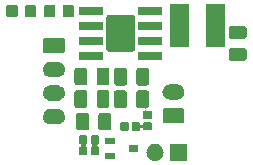
<source format=gts>
G04 #@! TF.GenerationSoftware,KiCad,Pcbnew,(5.1.4)-1*
G04 #@! TF.CreationDate,2020-03-01T13:43:41+08:00*
G04 #@! TF.ProjectId,Core-Charger,436f7265-2d43-4686-9172-6765722e6b69,rev?*
G04 #@! TF.SameCoordinates,Original*
G04 #@! TF.FileFunction,Soldermask,Top*
G04 #@! TF.FilePolarity,Negative*
%FSLAX46Y46*%
G04 Gerber Fmt 4.6, Leading zero omitted, Abs format (unit mm)*
G04 Created by KiCad (PCBNEW (5.1.4)-1) date 2020-03-01 13:43:41*
%MOMM*%
%LPD*%
G04 APERTURE LIST*
%ADD10C,0.020000*%
G04 APERTURE END LIST*
D10*
G36*
X144116000Y-97356000D02*
G01*
X142664000Y-97356000D01*
X142664000Y-95904000D01*
X144116000Y-95904000D01*
X144116000Y-97356000D01*
X144116000Y-97356000D01*
G37*
G36*
X141461213Y-95907502D02*
G01*
X141532321Y-95914505D01*
X141627484Y-95943373D01*
X141669175Y-95956020D01*
X141795294Y-96023432D01*
X141905843Y-96114157D01*
X141996568Y-96224706D01*
X142063980Y-96350825D01*
X142063981Y-96350828D01*
X142105495Y-96487679D01*
X142119512Y-96630000D01*
X142105495Y-96772321D01*
X142078328Y-96861876D01*
X142063980Y-96909175D01*
X141996568Y-97035294D01*
X141905843Y-97145843D01*
X141795294Y-97236568D01*
X141669175Y-97303980D01*
X141669172Y-97303981D01*
X141532321Y-97345495D01*
X141461213Y-97352498D01*
X141425660Y-97356000D01*
X141354340Y-97356000D01*
X141318787Y-97352498D01*
X141247679Y-97345495D01*
X141110828Y-97303981D01*
X141110825Y-97303980D01*
X140984706Y-97236568D01*
X140874157Y-97145843D01*
X140783432Y-97035294D01*
X140716020Y-96909175D01*
X140701672Y-96861876D01*
X140674505Y-96772321D01*
X140660488Y-96630000D01*
X140674505Y-96487679D01*
X140716019Y-96350828D01*
X140716020Y-96350825D01*
X140783432Y-96224706D01*
X140874157Y-96114157D01*
X140984706Y-96023432D01*
X141110825Y-95956020D01*
X141152516Y-95943373D01*
X141247679Y-95914505D01*
X141318787Y-95907502D01*
X141354340Y-95904000D01*
X141425660Y-95904000D01*
X141461213Y-95907502D01*
X141461213Y-95907502D01*
G37*
G36*
X137981000Y-97226000D02*
G01*
X137179000Y-97226000D01*
X137179000Y-96674000D01*
X137981000Y-96674000D01*
X137981000Y-97226000D01*
X137981000Y-97226000D01*
G37*
G36*
X135581938Y-95201716D02*
G01*
X135602557Y-95207971D01*
X135621553Y-95218124D01*
X135638208Y-95231792D01*
X135651876Y-95248447D01*
X135662029Y-95267443D01*
X135668284Y-95288062D01*
X135671000Y-95315640D01*
X135671000Y-95824360D01*
X135668284Y-95851938D01*
X135662029Y-95872557D01*
X135651876Y-95891553D01*
X135638208Y-95908208D01*
X135621553Y-95921876D01*
X135606799Y-95929762D01*
X135586425Y-95943376D01*
X135569098Y-95960703D01*
X135555485Y-95981078D01*
X135546108Y-96003717D01*
X135541328Y-96027750D01*
X135541328Y-96052254D01*
X135546109Y-96076288D01*
X135555487Y-96098926D01*
X135569101Y-96119300D01*
X135586428Y-96136627D01*
X135606799Y-96150238D01*
X135621553Y-96158124D01*
X135638208Y-96171792D01*
X135651876Y-96188447D01*
X135662029Y-96207443D01*
X135668284Y-96228062D01*
X135671000Y-96255640D01*
X135671000Y-96764360D01*
X135668284Y-96791938D01*
X135662029Y-96812557D01*
X135651876Y-96831553D01*
X135638208Y-96848208D01*
X135621553Y-96861876D01*
X135602557Y-96872029D01*
X135581938Y-96878284D01*
X135554360Y-96881000D01*
X135095640Y-96881000D01*
X135068062Y-96878284D01*
X135047443Y-96872029D01*
X135028447Y-96861876D01*
X135011792Y-96848208D01*
X134998124Y-96831553D01*
X134987971Y-96812557D01*
X134981716Y-96791938D01*
X134979000Y-96764360D01*
X134979000Y-96255640D01*
X134981716Y-96228062D01*
X134987971Y-96207443D01*
X134998124Y-96188447D01*
X135011792Y-96171792D01*
X135028447Y-96158124D01*
X135043201Y-96150238D01*
X135063575Y-96136624D01*
X135080902Y-96119297D01*
X135094515Y-96098922D01*
X135103892Y-96076283D01*
X135108672Y-96052250D01*
X135108672Y-96027746D01*
X135103891Y-96003712D01*
X135094513Y-95981074D01*
X135080899Y-95960700D01*
X135063572Y-95943373D01*
X135043201Y-95929762D01*
X135028447Y-95921876D01*
X135011792Y-95908208D01*
X134998124Y-95891553D01*
X134987971Y-95872557D01*
X134981716Y-95851938D01*
X134979000Y-95824360D01*
X134979000Y-95315640D01*
X134981716Y-95288062D01*
X134987971Y-95267443D01*
X134998124Y-95248447D01*
X135011792Y-95231792D01*
X135028447Y-95218124D01*
X135047443Y-95207971D01*
X135068062Y-95201716D01*
X135095640Y-95199000D01*
X135554360Y-95199000D01*
X135581938Y-95201716D01*
X135581938Y-95201716D01*
G37*
G36*
X136551938Y-95201716D02*
G01*
X136572557Y-95207971D01*
X136591553Y-95218124D01*
X136608208Y-95231792D01*
X136621876Y-95248447D01*
X136632029Y-95267443D01*
X136638284Y-95288062D01*
X136641000Y-95315640D01*
X136641000Y-95824360D01*
X136638284Y-95851938D01*
X136632029Y-95872557D01*
X136621876Y-95891553D01*
X136608208Y-95908208D01*
X136591553Y-95921876D01*
X136576799Y-95929762D01*
X136556425Y-95943376D01*
X136539098Y-95960703D01*
X136525485Y-95981078D01*
X136516108Y-96003717D01*
X136511328Y-96027750D01*
X136511328Y-96052254D01*
X136516109Y-96076288D01*
X136525487Y-96098926D01*
X136539101Y-96119300D01*
X136556428Y-96136627D01*
X136576799Y-96150238D01*
X136591553Y-96158124D01*
X136608208Y-96171792D01*
X136621876Y-96188447D01*
X136632029Y-96207443D01*
X136638284Y-96228062D01*
X136641000Y-96255640D01*
X136641000Y-96764360D01*
X136638284Y-96791938D01*
X136632029Y-96812557D01*
X136621876Y-96831553D01*
X136608208Y-96848208D01*
X136591553Y-96861876D01*
X136572557Y-96872029D01*
X136551938Y-96878284D01*
X136524360Y-96881000D01*
X136065640Y-96881000D01*
X136038062Y-96878284D01*
X136017443Y-96872029D01*
X135998447Y-96861876D01*
X135981792Y-96848208D01*
X135968124Y-96831553D01*
X135957971Y-96812557D01*
X135951716Y-96791938D01*
X135949000Y-96764360D01*
X135949000Y-96255640D01*
X135951716Y-96228062D01*
X135957971Y-96207443D01*
X135968124Y-96188447D01*
X135981792Y-96171792D01*
X135998447Y-96158124D01*
X136013201Y-96150238D01*
X136033575Y-96136624D01*
X136050902Y-96119297D01*
X136064515Y-96098922D01*
X136073892Y-96076283D01*
X136078672Y-96052250D01*
X136078672Y-96027746D01*
X136073891Y-96003712D01*
X136064513Y-95981074D01*
X136050899Y-95960700D01*
X136033572Y-95943373D01*
X136013201Y-95929762D01*
X135998447Y-95921876D01*
X135981792Y-95908208D01*
X135968124Y-95891553D01*
X135957971Y-95872557D01*
X135951716Y-95851938D01*
X135949000Y-95824360D01*
X135949000Y-95315640D01*
X135951716Y-95288062D01*
X135957971Y-95267443D01*
X135968124Y-95248447D01*
X135981792Y-95231792D01*
X135998447Y-95218124D01*
X136017443Y-95207971D01*
X136038062Y-95201716D01*
X136065640Y-95199000D01*
X136524360Y-95199000D01*
X136551938Y-95201716D01*
X136551938Y-95201716D01*
G37*
G36*
X139981000Y-96576000D02*
G01*
X139179000Y-96576000D01*
X139179000Y-96024000D01*
X139981000Y-96024000D01*
X139981000Y-96576000D01*
X139981000Y-96576000D01*
G37*
G36*
X137981000Y-95926000D02*
G01*
X137179000Y-95926000D01*
X137179000Y-95374000D01*
X137981000Y-95374000D01*
X137981000Y-95926000D01*
X137981000Y-95926000D01*
G37*
G36*
X139061938Y-94081716D02*
G01*
X139082557Y-94087971D01*
X139101553Y-94098124D01*
X139118208Y-94111792D01*
X139131876Y-94128447D01*
X139142029Y-94147443D01*
X139148284Y-94168062D01*
X139151000Y-94195640D01*
X139151000Y-94704360D01*
X139148284Y-94731938D01*
X139142029Y-94752557D01*
X139131876Y-94771553D01*
X139118208Y-94788208D01*
X139101553Y-94801876D01*
X139082557Y-94812029D01*
X139061938Y-94818284D01*
X139034360Y-94821000D01*
X138575640Y-94821000D01*
X138548062Y-94818284D01*
X138527443Y-94812029D01*
X138508447Y-94801876D01*
X138491792Y-94788208D01*
X138478124Y-94771553D01*
X138467971Y-94752557D01*
X138461716Y-94731938D01*
X138459000Y-94704360D01*
X138459000Y-94195640D01*
X138461716Y-94168062D01*
X138467971Y-94147443D01*
X138478124Y-94128447D01*
X138491792Y-94111792D01*
X138508447Y-94098124D01*
X138527443Y-94087971D01*
X138548062Y-94081716D01*
X138575640Y-94079000D01*
X139034360Y-94079000D01*
X139061938Y-94081716D01*
X139061938Y-94081716D01*
G37*
G36*
X140031938Y-94081716D02*
G01*
X140052557Y-94087971D01*
X140071553Y-94098124D01*
X140088208Y-94111792D01*
X140101876Y-94128447D01*
X140112029Y-94147443D01*
X140118284Y-94168062D01*
X140120603Y-94191609D01*
X140125383Y-94215642D01*
X140134761Y-94238281D01*
X140148374Y-94258655D01*
X140165701Y-94275982D01*
X140186076Y-94289596D01*
X140208714Y-94298973D01*
X140232748Y-94303754D01*
X140257252Y-94303754D01*
X140281285Y-94298974D01*
X140303924Y-94289596D01*
X140324298Y-94275983D01*
X140341625Y-94258656D01*
X140355239Y-94238281D01*
X140364616Y-94215643D01*
X140369397Y-94191609D01*
X140371716Y-94168062D01*
X140377971Y-94147443D01*
X140388124Y-94128447D01*
X140401792Y-94111792D01*
X140418447Y-94098124D01*
X140437443Y-94087971D01*
X140458062Y-94081716D01*
X140485640Y-94079000D01*
X140994360Y-94079000D01*
X141021938Y-94081716D01*
X141042557Y-94087971D01*
X141061553Y-94098124D01*
X141078208Y-94111792D01*
X141091876Y-94128447D01*
X141102029Y-94147443D01*
X141108284Y-94168062D01*
X141111000Y-94195640D01*
X141111000Y-94654360D01*
X141108284Y-94681938D01*
X141102029Y-94702557D01*
X141091876Y-94721553D01*
X141078208Y-94738208D01*
X141061553Y-94751876D01*
X141042557Y-94762029D01*
X141021938Y-94768284D01*
X140994360Y-94771000D01*
X140485640Y-94771000D01*
X140458062Y-94768284D01*
X140437443Y-94762029D01*
X140418447Y-94751876D01*
X140401792Y-94738208D01*
X140388124Y-94721553D01*
X140377971Y-94702557D01*
X140371716Y-94681938D01*
X140370396Y-94668534D01*
X140365616Y-94644501D01*
X140356238Y-94621862D01*
X140342625Y-94601488D01*
X140325298Y-94584161D01*
X140304924Y-94570547D01*
X140282285Y-94561170D01*
X140258251Y-94556389D01*
X140233747Y-94556389D01*
X140209714Y-94561169D01*
X140187075Y-94570547D01*
X140166701Y-94584160D01*
X140149374Y-94601487D01*
X140135760Y-94621861D01*
X140126383Y-94644500D01*
X140121602Y-94668534D01*
X140121000Y-94680786D01*
X140121000Y-94704360D01*
X140118284Y-94731938D01*
X140112029Y-94752557D01*
X140101876Y-94771553D01*
X140088208Y-94788208D01*
X140071553Y-94801876D01*
X140052557Y-94812029D01*
X140031938Y-94818284D01*
X140004360Y-94821000D01*
X139545640Y-94821000D01*
X139518062Y-94818284D01*
X139497443Y-94812029D01*
X139478447Y-94801876D01*
X139461792Y-94788208D01*
X139448124Y-94771553D01*
X139437971Y-94752557D01*
X139431716Y-94731938D01*
X139429000Y-94704360D01*
X139429000Y-94195640D01*
X139431716Y-94168062D01*
X139437971Y-94147443D01*
X139448124Y-94128447D01*
X139461792Y-94111792D01*
X139478447Y-94098124D01*
X139497443Y-94087971D01*
X139518062Y-94081716D01*
X139545640Y-94079000D01*
X140004360Y-94079000D01*
X140031938Y-94081716D01*
X140031938Y-94081716D01*
G37*
G36*
X135634468Y-93263565D02*
G01*
X135673138Y-93275296D01*
X135708777Y-93294346D01*
X135740017Y-93319983D01*
X135765654Y-93351223D01*
X135784704Y-93386862D01*
X135796435Y-93425532D01*
X135801000Y-93471888D01*
X135801000Y-94548112D01*
X135796435Y-94594468D01*
X135784704Y-94633138D01*
X135765654Y-94668777D01*
X135740017Y-94700017D01*
X135708777Y-94725654D01*
X135673138Y-94744704D01*
X135634468Y-94756435D01*
X135588112Y-94761000D01*
X134936888Y-94761000D01*
X134890532Y-94756435D01*
X134851862Y-94744704D01*
X134816223Y-94725654D01*
X134784983Y-94700017D01*
X134759346Y-94668777D01*
X134740296Y-94633138D01*
X134728565Y-94594468D01*
X134724000Y-94548112D01*
X134724000Y-93471888D01*
X134728565Y-93425532D01*
X134740296Y-93386862D01*
X134759346Y-93351223D01*
X134784983Y-93319983D01*
X134816223Y-93294346D01*
X134851862Y-93275296D01*
X134890532Y-93263565D01*
X134936888Y-93259000D01*
X135588112Y-93259000D01*
X135634468Y-93263565D01*
X135634468Y-93263565D01*
G37*
G36*
X137509468Y-93263565D02*
G01*
X137548138Y-93275296D01*
X137583777Y-93294346D01*
X137615017Y-93319983D01*
X137640654Y-93351223D01*
X137659704Y-93386862D01*
X137671435Y-93425532D01*
X137676000Y-93471888D01*
X137676000Y-94548112D01*
X137671435Y-94594468D01*
X137659704Y-94633138D01*
X137640654Y-94668777D01*
X137615017Y-94700017D01*
X137583777Y-94725654D01*
X137548138Y-94744704D01*
X137509468Y-94756435D01*
X137463112Y-94761000D01*
X136811888Y-94761000D01*
X136765532Y-94756435D01*
X136726862Y-94744704D01*
X136691223Y-94725654D01*
X136659983Y-94700017D01*
X136634346Y-94668777D01*
X136615296Y-94633138D01*
X136603565Y-94594468D01*
X136599000Y-94548112D01*
X136599000Y-93471888D01*
X136603565Y-93425532D01*
X136615296Y-93386862D01*
X136634346Y-93351223D01*
X136659983Y-93319983D01*
X136691223Y-93294346D01*
X136726862Y-93275296D01*
X136765532Y-93263565D01*
X136811888Y-93259000D01*
X137463112Y-93259000D01*
X137509468Y-93263565D01*
X137509468Y-93263565D01*
G37*
G36*
X133168855Y-92952140D02*
G01*
X133232618Y-92958420D01*
X133323404Y-92985960D01*
X133355336Y-92995646D01*
X133468425Y-93056094D01*
X133567554Y-93137446D01*
X133648906Y-93236575D01*
X133709354Y-93349664D01*
X133709355Y-93349668D01*
X133746580Y-93472382D01*
X133759149Y-93600000D01*
X133746580Y-93727618D01*
X133727041Y-93792029D01*
X133709354Y-93850336D01*
X133648906Y-93963425D01*
X133567554Y-94062554D01*
X133468425Y-94143906D01*
X133355336Y-94204354D01*
X133323404Y-94214040D01*
X133232618Y-94241580D01*
X133168855Y-94247860D01*
X133136974Y-94251000D01*
X132523026Y-94251000D01*
X132491145Y-94247860D01*
X132427382Y-94241580D01*
X132336596Y-94214040D01*
X132304664Y-94204354D01*
X132191575Y-94143906D01*
X132092446Y-94062554D01*
X132011094Y-93963425D01*
X131950646Y-93850336D01*
X131932959Y-93792029D01*
X131913420Y-93727618D01*
X131900851Y-93600000D01*
X131913420Y-93472382D01*
X131950645Y-93349668D01*
X131950646Y-93349664D01*
X132011094Y-93236575D01*
X132092446Y-93137446D01*
X132191575Y-93056094D01*
X132304664Y-92995646D01*
X132336596Y-92985960D01*
X132427382Y-92958420D01*
X132491145Y-92952140D01*
X132523026Y-92949000D01*
X133136974Y-92949000D01*
X133168855Y-92952140D01*
X133168855Y-92952140D01*
G37*
G36*
X143716242Y-92863404D02*
G01*
X143753337Y-92874657D01*
X143787515Y-92892925D01*
X143817481Y-92917519D01*
X143842075Y-92947485D01*
X143860343Y-92981663D01*
X143871596Y-93018758D01*
X143876000Y-93063474D01*
X143876000Y-93956526D01*
X143871596Y-94001242D01*
X143860343Y-94038337D01*
X143842075Y-94072515D01*
X143817481Y-94102481D01*
X143787515Y-94127075D01*
X143753337Y-94145343D01*
X143716242Y-94156596D01*
X143671526Y-94161000D01*
X142228474Y-94161000D01*
X142183758Y-94156596D01*
X142146663Y-94145343D01*
X142112485Y-94127075D01*
X142082519Y-94102481D01*
X142057925Y-94072515D01*
X142039657Y-94038337D01*
X142028404Y-94001242D01*
X142024000Y-93956526D01*
X142024000Y-93063474D01*
X142028404Y-93018758D01*
X142039657Y-92981663D01*
X142057925Y-92947485D01*
X142082519Y-92917519D01*
X142112485Y-92892925D01*
X142146663Y-92874657D01*
X142183758Y-92863404D01*
X142228474Y-92859000D01*
X143671526Y-92859000D01*
X143716242Y-92863404D01*
X143716242Y-92863404D01*
G37*
G36*
X140576798Y-93042924D02*
G01*
X140590412Y-93063299D01*
X140607739Y-93080626D01*
X140628113Y-93094240D01*
X140650752Y-93103617D01*
X140674785Y-93108398D01*
X140687038Y-93109000D01*
X140994360Y-93109000D01*
X141021938Y-93111716D01*
X141042557Y-93117971D01*
X141061553Y-93128124D01*
X141078208Y-93141792D01*
X141091876Y-93158447D01*
X141102029Y-93177443D01*
X141108284Y-93198062D01*
X141111000Y-93225640D01*
X141111000Y-93684360D01*
X141108284Y-93711938D01*
X141102029Y-93732557D01*
X141091876Y-93751553D01*
X141078208Y-93768208D01*
X141061553Y-93781876D01*
X141042557Y-93792029D01*
X141021938Y-93798284D01*
X140994360Y-93801000D01*
X140485640Y-93801000D01*
X140458062Y-93798284D01*
X140437443Y-93792029D01*
X140418447Y-93781876D01*
X140401792Y-93768208D01*
X140388124Y-93751553D01*
X140377971Y-93732557D01*
X140371716Y-93711938D01*
X140369000Y-93684360D01*
X140369000Y-93225640D01*
X140371716Y-93198062D01*
X140377971Y-93177443D01*
X140388124Y-93158447D01*
X140401792Y-93141792D01*
X140418447Y-93128124D01*
X140437443Y-93117971D01*
X140458062Y-93111716D01*
X140471466Y-93110396D01*
X140495499Y-93105616D01*
X140518138Y-93096238D01*
X140538512Y-93082625D01*
X140555839Y-93065298D01*
X140569453Y-93044924D01*
X140573540Y-93035058D01*
X140576798Y-93042924D01*
X140576798Y-93042924D01*
G37*
G36*
X140706968Y-91363565D02*
G01*
X140745638Y-91375296D01*
X140781277Y-91394346D01*
X140812517Y-91419983D01*
X140838154Y-91451223D01*
X140857204Y-91486862D01*
X140868935Y-91525532D01*
X140873500Y-91571888D01*
X140873500Y-92648112D01*
X140868935Y-92694468D01*
X140857204Y-92733138D01*
X140838154Y-92768777D01*
X140812517Y-92800017D01*
X140781277Y-92825654D01*
X140745638Y-92844704D01*
X140706968Y-92856435D01*
X140674787Y-92859604D01*
X140650753Y-92864384D01*
X140628115Y-92873761D01*
X140607740Y-92887375D01*
X140590413Y-92904702D01*
X140576799Y-92925076D01*
X140572712Y-92934943D01*
X140569453Y-92927075D01*
X140555840Y-92906701D01*
X140538513Y-92889374D01*
X140518139Y-92875760D01*
X140495500Y-92866383D01*
X140471466Y-92861602D01*
X140459214Y-92861000D01*
X140009388Y-92861000D01*
X139963032Y-92856435D01*
X139924362Y-92844704D01*
X139888723Y-92825654D01*
X139857483Y-92800017D01*
X139831846Y-92768777D01*
X139812796Y-92733138D01*
X139801065Y-92694468D01*
X139796500Y-92648112D01*
X139796500Y-91571888D01*
X139801065Y-91525532D01*
X139812796Y-91486862D01*
X139831846Y-91451223D01*
X139857483Y-91419983D01*
X139888723Y-91394346D01*
X139924362Y-91375296D01*
X139963032Y-91363565D01*
X140009388Y-91359000D01*
X140660612Y-91359000D01*
X140706968Y-91363565D01*
X140706968Y-91363565D01*
G37*
G36*
X135474468Y-91363565D02*
G01*
X135513138Y-91375296D01*
X135548777Y-91394346D01*
X135580017Y-91419983D01*
X135605654Y-91451223D01*
X135624704Y-91486862D01*
X135636435Y-91525532D01*
X135641000Y-91571888D01*
X135641000Y-92648112D01*
X135636435Y-92694468D01*
X135624704Y-92733138D01*
X135605654Y-92768777D01*
X135580017Y-92800017D01*
X135548777Y-92825654D01*
X135513138Y-92844704D01*
X135474468Y-92856435D01*
X135428112Y-92861000D01*
X134776888Y-92861000D01*
X134730532Y-92856435D01*
X134691862Y-92844704D01*
X134656223Y-92825654D01*
X134624983Y-92800017D01*
X134599346Y-92768777D01*
X134580296Y-92733138D01*
X134568565Y-92694468D01*
X134564000Y-92648112D01*
X134564000Y-91571888D01*
X134568565Y-91525532D01*
X134580296Y-91486862D01*
X134599346Y-91451223D01*
X134624983Y-91419983D01*
X134656223Y-91394346D01*
X134691862Y-91375296D01*
X134730532Y-91363565D01*
X134776888Y-91359000D01*
X135428112Y-91359000D01*
X135474468Y-91363565D01*
X135474468Y-91363565D01*
G37*
G36*
X138831968Y-91363565D02*
G01*
X138870638Y-91375296D01*
X138906277Y-91394346D01*
X138937517Y-91419983D01*
X138963154Y-91451223D01*
X138982204Y-91486862D01*
X138993935Y-91525532D01*
X138998500Y-91571888D01*
X138998500Y-92648112D01*
X138993935Y-92694468D01*
X138982204Y-92733138D01*
X138963154Y-92768777D01*
X138937517Y-92800017D01*
X138906277Y-92825654D01*
X138870638Y-92844704D01*
X138831968Y-92856435D01*
X138785612Y-92861000D01*
X138134388Y-92861000D01*
X138088032Y-92856435D01*
X138049362Y-92844704D01*
X138013723Y-92825654D01*
X137982483Y-92800017D01*
X137956846Y-92768777D01*
X137937796Y-92733138D01*
X137926065Y-92694468D01*
X137921500Y-92648112D01*
X137921500Y-91571888D01*
X137926065Y-91525532D01*
X137937796Y-91486862D01*
X137956846Y-91451223D01*
X137982483Y-91419983D01*
X138013723Y-91394346D01*
X138049362Y-91375296D01*
X138088032Y-91363565D01*
X138134388Y-91359000D01*
X138785612Y-91359000D01*
X138831968Y-91363565D01*
X138831968Y-91363565D01*
G37*
G36*
X137349468Y-91363565D02*
G01*
X137388138Y-91375296D01*
X137423777Y-91394346D01*
X137455017Y-91419983D01*
X137480654Y-91451223D01*
X137499704Y-91486862D01*
X137511435Y-91525532D01*
X137516000Y-91571888D01*
X137516000Y-92648112D01*
X137511435Y-92694468D01*
X137499704Y-92733138D01*
X137480654Y-92768777D01*
X137455017Y-92800017D01*
X137423777Y-92825654D01*
X137388138Y-92844704D01*
X137349468Y-92856435D01*
X137303112Y-92861000D01*
X136651888Y-92861000D01*
X136605532Y-92856435D01*
X136566862Y-92844704D01*
X136531223Y-92825654D01*
X136499983Y-92800017D01*
X136474346Y-92768777D01*
X136455296Y-92733138D01*
X136443565Y-92694468D01*
X136439000Y-92648112D01*
X136439000Y-91571888D01*
X136443565Y-91525532D01*
X136455296Y-91486862D01*
X136474346Y-91451223D01*
X136499983Y-91419983D01*
X136531223Y-91394346D01*
X136566862Y-91375296D01*
X136605532Y-91363565D01*
X136651888Y-91359000D01*
X137303112Y-91359000D01*
X137349468Y-91363565D01*
X137349468Y-91363565D01*
G37*
G36*
X133152254Y-90950505D02*
G01*
X133232618Y-90958420D01*
X133323404Y-90985960D01*
X133355336Y-90995646D01*
X133468425Y-91056094D01*
X133567554Y-91137446D01*
X133648906Y-91236575D01*
X133709354Y-91349664D01*
X133709355Y-91349668D01*
X133746580Y-91472382D01*
X133759149Y-91600000D01*
X133746580Y-91727618D01*
X133736656Y-91760332D01*
X133709354Y-91850336D01*
X133648906Y-91963425D01*
X133567554Y-92062554D01*
X133468425Y-92143906D01*
X133355336Y-92204354D01*
X133323404Y-92214040D01*
X133232618Y-92241580D01*
X133168855Y-92247860D01*
X133136974Y-92251000D01*
X132523026Y-92251000D01*
X132491145Y-92247860D01*
X132427382Y-92241580D01*
X132336596Y-92214040D01*
X132304664Y-92204354D01*
X132191575Y-92143906D01*
X132092446Y-92062554D01*
X132011094Y-91963425D01*
X131950646Y-91850336D01*
X131923344Y-91760332D01*
X131913420Y-91727618D01*
X131900851Y-91600000D01*
X131913420Y-91472382D01*
X131950645Y-91349668D01*
X131950646Y-91349664D01*
X132011094Y-91236575D01*
X132092446Y-91137446D01*
X132191575Y-91056094D01*
X132304664Y-90995646D01*
X132336596Y-90985960D01*
X132427382Y-90958420D01*
X132507746Y-90950505D01*
X132523026Y-90949000D01*
X133136974Y-90949000D01*
X133152254Y-90950505D01*
X133152254Y-90950505D01*
G37*
G36*
X143288855Y-90862140D02*
G01*
X143352618Y-90868420D01*
X143430809Y-90892139D01*
X143475336Y-90905646D01*
X143588425Y-90966094D01*
X143687554Y-91047446D01*
X143768906Y-91146575D01*
X143829354Y-91259664D01*
X143829355Y-91259668D01*
X143866580Y-91382382D01*
X143879149Y-91510000D01*
X143866580Y-91637618D01*
X143839279Y-91727616D01*
X143829354Y-91760336D01*
X143768906Y-91873425D01*
X143687554Y-91972554D01*
X143588425Y-92053906D01*
X143475336Y-92114354D01*
X143443404Y-92124040D01*
X143352618Y-92151580D01*
X143288855Y-92157860D01*
X143256974Y-92161000D01*
X142643026Y-92161000D01*
X142611145Y-92157860D01*
X142547382Y-92151580D01*
X142456596Y-92124040D01*
X142424664Y-92114354D01*
X142311575Y-92053906D01*
X142212446Y-91972554D01*
X142131094Y-91873425D01*
X142070646Y-91760336D01*
X142060721Y-91727616D01*
X142033420Y-91637618D01*
X142020851Y-91510000D01*
X142033420Y-91382382D01*
X142070645Y-91259668D01*
X142070646Y-91259664D01*
X142131094Y-91146575D01*
X142212446Y-91047446D01*
X142311575Y-90966094D01*
X142424664Y-90905646D01*
X142469191Y-90892139D01*
X142547382Y-90868420D01*
X142611145Y-90862140D01*
X142643026Y-90859000D01*
X143256974Y-90859000D01*
X143288855Y-90862140D01*
X143288855Y-90862140D01*
G37*
G36*
X140719468Y-89473565D02*
G01*
X140758138Y-89485296D01*
X140793777Y-89504346D01*
X140825017Y-89529983D01*
X140850654Y-89561223D01*
X140869704Y-89596862D01*
X140881435Y-89635532D01*
X140886000Y-89681888D01*
X140886000Y-90758112D01*
X140881435Y-90804468D01*
X140869704Y-90843138D01*
X140850654Y-90878777D01*
X140825017Y-90910017D01*
X140793777Y-90935654D01*
X140758138Y-90954704D01*
X140719468Y-90966435D01*
X140673112Y-90971000D01*
X140021888Y-90971000D01*
X139975532Y-90966435D01*
X139936862Y-90954704D01*
X139901223Y-90935654D01*
X139869983Y-90910017D01*
X139844346Y-90878777D01*
X139825296Y-90843138D01*
X139813565Y-90804468D01*
X139809000Y-90758112D01*
X139809000Y-89681888D01*
X139813565Y-89635532D01*
X139825296Y-89596862D01*
X139844346Y-89561223D01*
X139869983Y-89529983D01*
X139901223Y-89504346D01*
X139936862Y-89485296D01*
X139975532Y-89473565D01*
X140021888Y-89469000D01*
X140673112Y-89469000D01*
X140719468Y-89473565D01*
X140719468Y-89473565D01*
G37*
G36*
X138844468Y-89473565D02*
G01*
X138883138Y-89485296D01*
X138918777Y-89504346D01*
X138950017Y-89529983D01*
X138975654Y-89561223D01*
X138994704Y-89596862D01*
X139006435Y-89635532D01*
X139011000Y-89681888D01*
X139011000Y-90758112D01*
X139006435Y-90804468D01*
X138994704Y-90843138D01*
X138975654Y-90878777D01*
X138950017Y-90910017D01*
X138918777Y-90935654D01*
X138883138Y-90954704D01*
X138844468Y-90966435D01*
X138798112Y-90971000D01*
X138146888Y-90971000D01*
X138100532Y-90966435D01*
X138061862Y-90954704D01*
X138026223Y-90935654D01*
X137994983Y-90910017D01*
X137969346Y-90878777D01*
X137950296Y-90843138D01*
X137938565Y-90804468D01*
X137934000Y-90758112D01*
X137934000Y-89681888D01*
X137938565Y-89635532D01*
X137950296Y-89596862D01*
X137969346Y-89561223D01*
X137994983Y-89529983D01*
X138026223Y-89504346D01*
X138061862Y-89485296D01*
X138100532Y-89473565D01*
X138146888Y-89469000D01*
X138798112Y-89469000D01*
X138844468Y-89473565D01*
X138844468Y-89473565D01*
G37*
G36*
X137356968Y-89453565D02*
G01*
X137395638Y-89465296D01*
X137431277Y-89484346D01*
X137462517Y-89509983D01*
X137488154Y-89541223D01*
X137507204Y-89576862D01*
X137518935Y-89615532D01*
X137523500Y-89661888D01*
X137523500Y-90738112D01*
X137518935Y-90784468D01*
X137507204Y-90823138D01*
X137488154Y-90858777D01*
X137462517Y-90890017D01*
X137431277Y-90915654D01*
X137395638Y-90934704D01*
X137356968Y-90946435D01*
X137310612Y-90951000D01*
X136659388Y-90951000D01*
X136613032Y-90946435D01*
X136574362Y-90934704D01*
X136538723Y-90915654D01*
X136507483Y-90890017D01*
X136481846Y-90858777D01*
X136462796Y-90823138D01*
X136451065Y-90784468D01*
X136446500Y-90738112D01*
X136446500Y-89661888D01*
X136451065Y-89615532D01*
X136462796Y-89576862D01*
X136481846Y-89541223D01*
X136507483Y-89509983D01*
X136538723Y-89484346D01*
X136574362Y-89465296D01*
X136613032Y-89453565D01*
X136659388Y-89449000D01*
X137310612Y-89449000D01*
X137356968Y-89453565D01*
X137356968Y-89453565D01*
G37*
G36*
X135481968Y-89453565D02*
G01*
X135520638Y-89465296D01*
X135556277Y-89484346D01*
X135587517Y-89509983D01*
X135613154Y-89541223D01*
X135632204Y-89576862D01*
X135643935Y-89615532D01*
X135648500Y-89661888D01*
X135648500Y-90738112D01*
X135643935Y-90784468D01*
X135632204Y-90823138D01*
X135613154Y-90858777D01*
X135587517Y-90890017D01*
X135556277Y-90915654D01*
X135520638Y-90934704D01*
X135481968Y-90946435D01*
X135435612Y-90951000D01*
X134784388Y-90951000D01*
X134738032Y-90946435D01*
X134699362Y-90934704D01*
X134663723Y-90915654D01*
X134632483Y-90890017D01*
X134606846Y-90858777D01*
X134587796Y-90823138D01*
X134576065Y-90784468D01*
X134571500Y-90738112D01*
X134571500Y-89661888D01*
X134576065Y-89615532D01*
X134587796Y-89576862D01*
X134606846Y-89541223D01*
X134632483Y-89509983D01*
X134663723Y-89484346D01*
X134699362Y-89465296D01*
X134738032Y-89453565D01*
X134784388Y-89449000D01*
X135435612Y-89449000D01*
X135481968Y-89453565D01*
X135481968Y-89453565D01*
G37*
G36*
X133168855Y-88952140D02*
G01*
X133232618Y-88958420D01*
X133323404Y-88985960D01*
X133355336Y-88995646D01*
X133468425Y-89056094D01*
X133567554Y-89137446D01*
X133648906Y-89236575D01*
X133709354Y-89349664D01*
X133709355Y-89349668D01*
X133746580Y-89472382D01*
X133759149Y-89600000D01*
X133746580Y-89727618D01*
X133719040Y-89818404D01*
X133709354Y-89850336D01*
X133648906Y-89963425D01*
X133567554Y-90062554D01*
X133468425Y-90143906D01*
X133355336Y-90204354D01*
X133323404Y-90214040D01*
X133232618Y-90241580D01*
X133168855Y-90247860D01*
X133136974Y-90251000D01*
X132523026Y-90251000D01*
X132491145Y-90247860D01*
X132427382Y-90241580D01*
X132336596Y-90214040D01*
X132304664Y-90204354D01*
X132191575Y-90143906D01*
X132092446Y-90062554D01*
X132011094Y-89963425D01*
X131950646Y-89850336D01*
X131940960Y-89818404D01*
X131913420Y-89727618D01*
X131900851Y-89600000D01*
X131913420Y-89472382D01*
X131950645Y-89349668D01*
X131950646Y-89349664D01*
X132011094Y-89236575D01*
X132092446Y-89137446D01*
X132191575Y-89056094D01*
X132304664Y-88995646D01*
X132336596Y-88985960D01*
X132427382Y-88958420D01*
X132491145Y-88952140D01*
X132523026Y-88949000D01*
X133136974Y-88949000D01*
X133168855Y-88952140D01*
X133168855Y-88952140D01*
G37*
G36*
X148974468Y-87803565D02*
G01*
X149013138Y-87815296D01*
X149048777Y-87834346D01*
X149080017Y-87859983D01*
X149105654Y-87891223D01*
X149124704Y-87926862D01*
X149136435Y-87965532D01*
X149141000Y-88011888D01*
X149141000Y-88663112D01*
X149136435Y-88709468D01*
X149124704Y-88748138D01*
X149105654Y-88783777D01*
X149080017Y-88815017D01*
X149048777Y-88840654D01*
X149013138Y-88859704D01*
X148974468Y-88871435D01*
X148928112Y-88876000D01*
X147851888Y-88876000D01*
X147805532Y-88871435D01*
X147766862Y-88859704D01*
X147731223Y-88840654D01*
X147699983Y-88815017D01*
X147674346Y-88783777D01*
X147655296Y-88748138D01*
X147643565Y-88709468D01*
X147639000Y-88663112D01*
X147639000Y-88011888D01*
X147643565Y-87965532D01*
X147655296Y-87926862D01*
X147674346Y-87891223D01*
X147699983Y-87859983D01*
X147731223Y-87834346D01*
X147766862Y-87815296D01*
X147805532Y-87803565D01*
X147851888Y-87799000D01*
X148928112Y-87799000D01*
X148974468Y-87803565D01*
X148974468Y-87803565D01*
G37*
G36*
X136929928Y-88106764D02*
G01*
X136951009Y-88113160D01*
X136970445Y-88123548D01*
X136987476Y-88137524D01*
X137001452Y-88154555D01*
X137011840Y-88173991D01*
X137018236Y-88195072D01*
X137021000Y-88223140D01*
X137021000Y-88686860D01*
X137018236Y-88714928D01*
X137011840Y-88736009D01*
X137001452Y-88755445D01*
X136987476Y-88772476D01*
X136970445Y-88786452D01*
X136951009Y-88796840D01*
X136929928Y-88803236D01*
X136901860Y-88806000D01*
X135088140Y-88806000D01*
X135060072Y-88803236D01*
X135038991Y-88796840D01*
X135019555Y-88786452D01*
X135002524Y-88772476D01*
X134988548Y-88755445D01*
X134978160Y-88736009D01*
X134971764Y-88714928D01*
X134969000Y-88686860D01*
X134969000Y-88223140D01*
X134971764Y-88195072D01*
X134978160Y-88173991D01*
X134988548Y-88154555D01*
X135002524Y-88137524D01*
X135019555Y-88123548D01*
X135038991Y-88113160D01*
X135060072Y-88106764D01*
X135088140Y-88104000D01*
X136901860Y-88104000D01*
X136929928Y-88106764D01*
X136929928Y-88106764D01*
G37*
G36*
X141879928Y-88106764D02*
G01*
X141901009Y-88113160D01*
X141920445Y-88123548D01*
X141937476Y-88137524D01*
X141951452Y-88154555D01*
X141961840Y-88173991D01*
X141968236Y-88195072D01*
X141971000Y-88223140D01*
X141971000Y-88686860D01*
X141968236Y-88714928D01*
X141961840Y-88736009D01*
X141951452Y-88755445D01*
X141937476Y-88772476D01*
X141920445Y-88786452D01*
X141901009Y-88796840D01*
X141879928Y-88803236D01*
X141851860Y-88806000D01*
X140038140Y-88806000D01*
X140010072Y-88803236D01*
X139988991Y-88796840D01*
X139969555Y-88786452D01*
X139952524Y-88772476D01*
X139938548Y-88755445D01*
X139928160Y-88736009D01*
X139921764Y-88714928D01*
X139919000Y-88686860D01*
X139919000Y-88223140D01*
X139921764Y-88195072D01*
X139928160Y-88173991D01*
X139938548Y-88154555D01*
X139952524Y-88137524D01*
X139969555Y-88123548D01*
X139988991Y-88113160D01*
X140010072Y-88106764D01*
X140038140Y-88104000D01*
X141851860Y-88104000D01*
X141879928Y-88106764D01*
X141879928Y-88106764D01*
G37*
G36*
X133596242Y-86953404D02*
G01*
X133633337Y-86964657D01*
X133667515Y-86982925D01*
X133697481Y-87007519D01*
X133722075Y-87037485D01*
X133740343Y-87071663D01*
X133751596Y-87108758D01*
X133756000Y-87153474D01*
X133756000Y-88046526D01*
X133751596Y-88091242D01*
X133740343Y-88128337D01*
X133722075Y-88162515D01*
X133697481Y-88192481D01*
X133667515Y-88217075D01*
X133633337Y-88235343D01*
X133596242Y-88246596D01*
X133551526Y-88251000D01*
X132108474Y-88251000D01*
X132063758Y-88246596D01*
X132026663Y-88235343D01*
X131992485Y-88217075D01*
X131962519Y-88192481D01*
X131937925Y-88162515D01*
X131919657Y-88128337D01*
X131908404Y-88091242D01*
X131904000Y-88046526D01*
X131904000Y-87153474D01*
X131908404Y-87108758D01*
X131919657Y-87071663D01*
X131937925Y-87037485D01*
X131962519Y-87007519D01*
X131992485Y-86982925D01*
X132026663Y-86964657D01*
X132063758Y-86953404D01*
X132108474Y-86949000D01*
X133551526Y-86949000D01*
X133596242Y-86953404D01*
X133596242Y-86953404D01*
G37*
G36*
X139534336Y-85002733D02*
G01*
X139564883Y-85011999D01*
X139593033Y-85027046D01*
X139617706Y-85047294D01*
X139637954Y-85071967D01*
X139653001Y-85100117D01*
X139662267Y-85130664D01*
X139666000Y-85168567D01*
X139666000Y-87931433D01*
X139662267Y-87969336D01*
X139653001Y-87999883D01*
X139637954Y-88028033D01*
X139617706Y-88052706D01*
X139593033Y-88072954D01*
X139564883Y-88088001D01*
X139534336Y-88097267D01*
X139496433Y-88101000D01*
X137443567Y-88101000D01*
X137405664Y-88097267D01*
X137375117Y-88088001D01*
X137346967Y-88072954D01*
X137322294Y-88052706D01*
X137302046Y-88028033D01*
X137286999Y-87999883D01*
X137277733Y-87969336D01*
X137274000Y-87931433D01*
X137274000Y-85168567D01*
X137277733Y-85130664D01*
X137286999Y-85100117D01*
X137302046Y-85071967D01*
X137322294Y-85047294D01*
X137346967Y-85027046D01*
X137375117Y-85011999D01*
X137405664Y-85002733D01*
X137443567Y-84999000D01*
X139496433Y-84999000D01*
X139534336Y-85002733D01*
X139534336Y-85002733D01*
G37*
G36*
X147286000Y-87751000D02*
G01*
X145684000Y-87751000D01*
X145684000Y-84049000D01*
X147286000Y-84049000D01*
X147286000Y-87751000D01*
X147286000Y-87751000D01*
G37*
G36*
X144236000Y-87751000D02*
G01*
X142634000Y-87751000D01*
X142634000Y-84049000D01*
X144236000Y-84049000D01*
X144236000Y-87751000D01*
X144236000Y-87751000D01*
G37*
G36*
X141879928Y-86836764D02*
G01*
X141901009Y-86843160D01*
X141920445Y-86853548D01*
X141937476Y-86867524D01*
X141951452Y-86884555D01*
X141961840Y-86903991D01*
X141968236Y-86925072D01*
X141971000Y-86953140D01*
X141971000Y-87416860D01*
X141968236Y-87444928D01*
X141961840Y-87466009D01*
X141951452Y-87485445D01*
X141937476Y-87502476D01*
X141920445Y-87516452D01*
X141901009Y-87526840D01*
X141879928Y-87533236D01*
X141851860Y-87536000D01*
X140038140Y-87536000D01*
X140010072Y-87533236D01*
X139988991Y-87526840D01*
X139969555Y-87516452D01*
X139952524Y-87502476D01*
X139938548Y-87485445D01*
X139928160Y-87466009D01*
X139921764Y-87444928D01*
X139919000Y-87416860D01*
X139919000Y-86953140D01*
X139921764Y-86925072D01*
X139928160Y-86903991D01*
X139938548Y-86884555D01*
X139952524Y-86867524D01*
X139969555Y-86853548D01*
X139988991Y-86843160D01*
X140010072Y-86836764D01*
X140038140Y-86834000D01*
X141851860Y-86834000D01*
X141879928Y-86836764D01*
X141879928Y-86836764D01*
G37*
G36*
X136929928Y-86836764D02*
G01*
X136951009Y-86843160D01*
X136970445Y-86853548D01*
X136987476Y-86867524D01*
X137001452Y-86884555D01*
X137011840Y-86903991D01*
X137018236Y-86925072D01*
X137021000Y-86953140D01*
X137021000Y-87416860D01*
X137018236Y-87444928D01*
X137011840Y-87466009D01*
X137001452Y-87485445D01*
X136987476Y-87502476D01*
X136970445Y-87516452D01*
X136951009Y-87526840D01*
X136929928Y-87533236D01*
X136901860Y-87536000D01*
X135088140Y-87536000D01*
X135060072Y-87533236D01*
X135038991Y-87526840D01*
X135019555Y-87516452D01*
X135002524Y-87502476D01*
X134988548Y-87485445D01*
X134978160Y-87466009D01*
X134971764Y-87444928D01*
X134969000Y-87416860D01*
X134969000Y-86953140D01*
X134971764Y-86925072D01*
X134978160Y-86903991D01*
X134988548Y-86884555D01*
X135002524Y-86867524D01*
X135019555Y-86853548D01*
X135038991Y-86843160D01*
X135060072Y-86836764D01*
X135088140Y-86834000D01*
X136901860Y-86834000D01*
X136929928Y-86836764D01*
X136929928Y-86836764D01*
G37*
G36*
X148974468Y-85928565D02*
G01*
X149013138Y-85940296D01*
X149048777Y-85959346D01*
X149080017Y-85984983D01*
X149105654Y-86016223D01*
X149124704Y-86051862D01*
X149136435Y-86090532D01*
X149141000Y-86136888D01*
X149141000Y-86788112D01*
X149136435Y-86834468D01*
X149124704Y-86873138D01*
X149105654Y-86908777D01*
X149080017Y-86940017D01*
X149048777Y-86965654D01*
X149013138Y-86984704D01*
X148974468Y-86996435D01*
X148928112Y-87001000D01*
X147851888Y-87001000D01*
X147805532Y-86996435D01*
X147766862Y-86984704D01*
X147731223Y-86965654D01*
X147699983Y-86940017D01*
X147674346Y-86908777D01*
X147655296Y-86873138D01*
X147643565Y-86834468D01*
X147639000Y-86788112D01*
X147639000Y-86136888D01*
X147643565Y-86090532D01*
X147655296Y-86051862D01*
X147674346Y-86016223D01*
X147699983Y-85984983D01*
X147731223Y-85959346D01*
X147766862Y-85940296D01*
X147805532Y-85928565D01*
X147851888Y-85924000D01*
X148928112Y-85924000D01*
X148974468Y-85928565D01*
X148974468Y-85928565D01*
G37*
G36*
X141879928Y-85566764D02*
G01*
X141901009Y-85573160D01*
X141920445Y-85583548D01*
X141937476Y-85597524D01*
X141951452Y-85614555D01*
X141961840Y-85633991D01*
X141968236Y-85655072D01*
X141971000Y-85683140D01*
X141971000Y-86146860D01*
X141968236Y-86174928D01*
X141961840Y-86196009D01*
X141951452Y-86215445D01*
X141937476Y-86232476D01*
X141920445Y-86246452D01*
X141901009Y-86256840D01*
X141879928Y-86263236D01*
X141851860Y-86266000D01*
X140038140Y-86266000D01*
X140010072Y-86263236D01*
X139988991Y-86256840D01*
X139969555Y-86246452D01*
X139952524Y-86232476D01*
X139938548Y-86215445D01*
X139928160Y-86196009D01*
X139921764Y-86174928D01*
X139919000Y-86146860D01*
X139919000Y-85683140D01*
X139921764Y-85655072D01*
X139928160Y-85633991D01*
X139938548Y-85614555D01*
X139952524Y-85597524D01*
X139969555Y-85583548D01*
X139988991Y-85573160D01*
X140010072Y-85566764D01*
X140038140Y-85564000D01*
X141851860Y-85564000D01*
X141879928Y-85566764D01*
X141879928Y-85566764D01*
G37*
G36*
X136929928Y-85566764D02*
G01*
X136951009Y-85573160D01*
X136970445Y-85583548D01*
X136987476Y-85597524D01*
X137001452Y-85614555D01*
X137011840Y-85633991D01*
X137018236Y-85655072D01*
X137021000Y-85683140D01*
X137021000Y-86146860D01*
X137018236Y-86174928D01*
X137011840Y-86196009D01*
X137001452Y-86215445D01*
X136987476Y-86232476D01*
X136970445Y-86246452D01*
X136951009Y-86256840D01*
X136929928Y-86263236D01*
X136901860Y-86266000D01*
X135088140Y-86266000D01*
X135060072Y-86263236D01*
X135038991Y-86256840D01*
X135019555Y-86246452D01*
X135002524Y-86232476D01*
X134988548Y-86215445D01*
X134978160Y-86196009D01*
X134971764Y-86174928D01*
X134969000Y-86146860D01*
X134969000Y-85683140D01*
X134971764Y-85655072D01*
X134978160Y-85633991D01*
X134988548Y-85614555D01*
X135002524Y-85597524D01*
X135019555Y-85583548D01*
X135038991Y-85573160D01*
X135060072Y-85566764D01*
X135088140Y-85564000D01*
X136901860Y-85564000D01*
X136929928Y-85566764D01*
X136929928Y-85566764D01*
G37*
G36*
X131189591Y-84158085D02*
G01*
X131223569Y-84168393D01*
X131254890Y-84185134D01*
X131282339Y-84207661D01*
X131304866Y-84235110D01*
X131321607Y-84266431D01*
X131331915Y-84300409D01*
X131336000Y-84341890D01*
X131336000Y-85018110D01*
X131331915Y-85059591D01*
X131321607Y-85093569D01*
X131304866Y-85124890D01*
X131282339Y-85152339D01*
X131254890Y-85174866D01*
X131223569Y-85191607D01*
X131189591Y-85201915D01*
X131148110Y-85206000D01*
X130546890Y-85206000D01*
X130505409Y-85201915D01*
X130471431Y-85191607D01*
X130440110Y-85174866D01*
X130412661Y-85152339D01*
X130390134Y-85124890D01*
X130373393Y-85093569D01*
X130363085Y-85059591D01*
X130359000Y-85018110D01*
X130359000Y-84341890D01*
X130363085Y-84300409D01*
X130373393Y-84266431D01*
X130390134Y-84235110D01*
X130412661Y-84207661D01*
X130440110Y-84185134D01*
X130471431Y-84168393D01*
X130505409Y-84158085D01*
X130546890Y-84154000D01*
X131148110Y-84154000D01*
X131189591Y-84158085D01*
X131189591Y-84158085D01*
G37*
G36*
X129614591Y-84158085D02*
G01*
X129648569Y-84168393D01*
X129679890Y-84185134D01*
X129707339Y-84207661D01*
X129729866Y-84235110D01*
X129746607Y-84266431D01*
X129756915Y-84300409D01*
X129761000Y-84341890D01*
X129761000Y-85018110D01*
X129756915Y-85059591D01*
X129746607Y-85093569D01*
X129729866Y-85124890D01*
X129707339Y-85152339D01*
X129679890Y-85174866D01*
X129648569Y-85191607D01*
X129614591Y-85201915D01*
X129573110Y-85206000D01*
X128971890Y-85206000D01*
X128930409Y-85201915D01*
X128896431Y-85191607D01*
X128865110Y-85174866D01*
X128837661Y-85152339D01*
X128815134Y-85124890D01*
X128798393Y-85093569D01*
X128788085Y-85059591D01*
X128784000Y-85018110D01*
X128784000Y-84341890D01*
X128788085Y-84300409D01*
X128798393Y-84266431D01*
X128815134Y-84235110D01*
X128837661Y-84207661D01*
X128865110Y-84185134D01*
X128896431Y-84168393D01*
X128930409Y-84158085D01*
X128971890Y-84154000D01*
X129573110Y-84154000D01*
X129614591Y-84158085D01*
X129614591Y-84158085D01*
G37*
G36*
X132814591Y-84148085D02*
G01*
X132848569Y-84158393D01*
X132879890Y-84175134D01*
X132907339Y-84197661D01*
X132929866Y-84225110D01*
X132946607Y-84256431D01*
X132956915Y-84290409D01*
X132961000Y-84331890D01*
X132961000Y-85008110D01*
X132956915Y-85049591D01*
X132946607Y-85083569D01*
X132929866Y-85114890D01*
X132907339Y-85142339D01*
X132879890Y-85164866D01*
X132848569Y-85181607D01*
X132814591Y-85191915D01*
X132773110Y-85196000D01*
X132171890Y-85196000D01*
X132130409Y-85191915D01*
X132096431Y-85181607D01*
X132065110Y-85164866D01*
X132037661Y-85142339D01*
X132015134Y-85114890D01*
X131998393Y-85083569D01*
X131988085Y-85049591D01*
X131984000Y-85008110D01*
X131984000Y-84331890D01*
X131988085Y-84290409D01*
X131998393Y-84256431D01*
X132015134Y-84225110D01*
X132037661Y-84197661D01*
X132065110Y-84175134D01*
X132096431Y-84158393D01*
X132130409Y-84148085D01*
X132171890Y-84144000D01*
X132773110Y-84144000D01*
X132814591Y-84148085D01*
X132814591Y-84148085D01*
G37*
G36*
X134389591Y-84148085D02*
G01*
X134423569Y-84158393D01*
X134454890Y-84175134D01*
X134482339Y-84197661D01*
X134504866Y-84225110D01*
X134521607Y-84256431D01*
X134531915Y-84290409D01*
X134536000Y-84331890D01*
X134536000Y-85008110D01*
X134531915Y-85049591D01*
X134521607Y-85083569D01*
X134504866Y-85114890D01*
X134482339Y-85142339D01*
X134454890Y-85164866D01*
X134423569Y-85181607D01*
X134389591Y-85191915D01*
X134348110Y-85196000D01*
X133746890Y-85196000D01*
X133705409Y-85191915D01*
X133671431Y-85181607D01*
X133640110Y-85164866D01*
X133612661Y-85142339D01*
X133590134Y-85114890D01*
X133573393Y-85083569D01*
X133563085Y-85049591D01*
X133559000Y-85008110D01*
X133559000Y-84331890D01*
X133563085Y-84290409D01*
X133573393Y-84256431D01*
X133590134Y-84225110D01*
X133612661Y-84197661D01*
X133640110Y-84175134D01*
X133671431Y-84158393D01*
X133705409Y-84148085D01*
X133746890Y-84144000D01*
X134348110Y-84144000D01*
X134389591Y-84148085D01*
X134389591Y-84148085D01*
G37*
G36*
X141879928Y-84296764D02*
G01*
X141901009Y-84303160D01*
X141920445Y-84313548D01*
X141937476Y-84327524D01*
X141951452Y-84344555D01*
X141961840Y-84363991D01*
X141968236Y-84385072D01*
X141971000Y-84413140D01*
X141971000Y-84876860D01*
X141968236Y-84904928D01*
X141961840Y-84926009D01*
X141951452Y-84945445D01*
X141937476Y-84962476D01*
X141920445Y-84976452D01*
X141901009Y-84986840D01*
X141879928Y-84993236D01*
X141851860Y-84996000D01*
X140038140Y-84996000D01*
X140010072Y-84993236D01*
X139988991Y-84986840D01*
X139969555Y-84976452D01*
X139952524Y-84962476D01*
X139938548Y-84945445D01*
X139928160Y-84926009D01*
X139921764Y-84904928D01*
X139919000Y-84876860D01*
X139919000Y-84413140D01*
X139921764Y-84385072D01*
X139928160Y-84363991D01*
X139938548Y-84344555D01*
X139952524Y-84327524D01*
X139969555Y-84313548D01*
X139988991Y-84303160D01*
X140010072Y-84296764D01*
X140038140Y-84294000D01*
X141851860Y-84294000D01*
X141879928Y-84296764D01*
X141879928Y-84296764D01*
G37*
G36*
X136929928Y-84296764D02*
G01*
X136951009Y-84303160D01*
X136970445Y-84313548D01*
X136987476Y-84327524D01*
X137001452Y-84344555D01*
X137011840Y-84363991D01*
X137018236Y-84385072D01*
X137021000Y-84413140D01*
X137021000Y-84876860D01*
X137018236Y-84904928D01*
X137011840Y-84926009D01*
X137001452Y-84945445D01*
X136987476Y-84962476D01*
X136970445Y-84976452D01*
X136951009Y-84986840D01*
X136929928Y-84993236D01*
X136901860Y-84996000D01*
X135088140Y-84996000D01*
X135060072Y-84993236D01*
X135038991Y-84986840D01*
X135019555Y-84976452D01*
X135002524Y-84962476D01*
X134988548Y-84945445D01*
X134978160Y-84926009D01*
X134971764Y-84904928D01*
X134969000Y-84876860D01*
X134969000Y-84413140D01*
X134971764Y-84385072D01*
X134978160Y-84363991D01*
X134988548Y-84344555D01*
X135002524Y-84327524D01*
X135019555Y-84313548D01*
X135038991Y-84303160D01*
X135060072Y-84296764D01*
X135088140Y-84294000D01*
X136901860Y-84294000D01*
X136929928Y-84296764D01*
X136929928Y-84296764D01*
G37*
M02*

</source>
